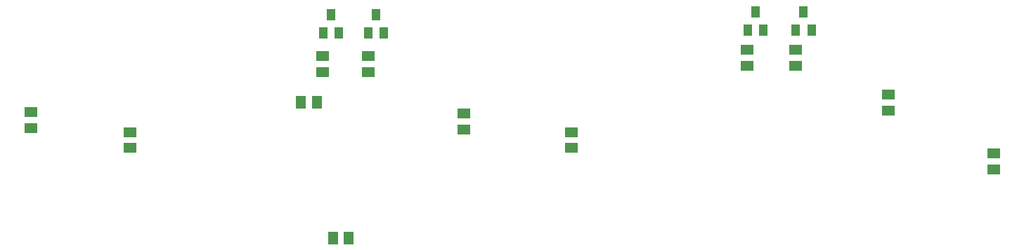
<source format=gbr>
G04 EAGLE Gerber RS-274X export*
G75*
%MOMM*%
%FSLAX34Y34*%
%LPD*%
%INSolderpaste Top*%
%IPPOS*%
%AMOC8*
5,1,8,0,0,1.08239X$1,22.5*%
G01*
%ADD10R,1.500000X1.300000*%
%ADD11R,1.000000X1.400000*%
%ADD12R,1.300000X1.500000*%


D10*
X507140Y358210D03*
X507140Y377210D03*
X452020Y358120D03*
X452020Y377120D03*
X963100Y365740D03*
X963100Y384740D03*
X1021210Y365740D03*
X1021210Y384740D03*
D11*
X516320Y427190D03*
X525820Y405190D03*
X506820Y405190D03*
X462020Y427190D03*
X471520Y405190D03*
X452520Y405190D03*
X973100Y431000D03*
X982600Y409000D03*
X963600Y409000D03*
X1031210Y431000D03*
X1040710Y409000D03*
X1021710Y409000D03*
D10*
X219580Y266280D03*
X219580Y285280D03*
X100000Y309500D03*
X100000Y290500D03*
D12*
X425830Y321900D03*
X444830Y321900D03*
D10*
X622060Y288670D03*
X622060Y307670D03*
X751140Y266280D03*
X751140Y285280D03*
X1133140Y311530D03*
X1133140Y330530D03*
X1260000Y259500D03*
X1260000Y240500D03*
D12*
X483310Y157620D03*
X464310Y157620D03*
M02*

</source>
